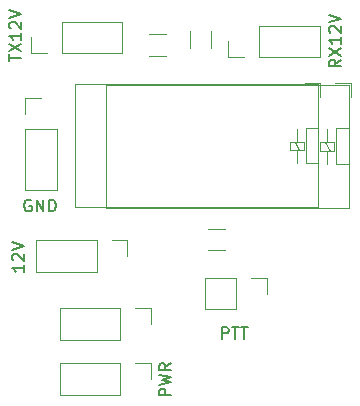
<source format=gbr>
%TF.GenerationSoftware,KiCad,Pcbnew,(6.0.7)*%
%TF.CreationDate,2023-04-28T16:32:50-04:00*%
%TF.ProjectId,Power Daughter Board v1,506f7765-7220-4446-9175-676874657220,rev?*%
%TF.SameCoordinates,Original*%
%TF.FileFunction,Legend,Top*%
%TF.FilePolarity,Positive*%
%FSLAX46Y46*%
G04 Gerber Fmt 4.6, Leading zero omitted, Abs format (unit mm)*
G04 Created by KiCad (PCBNEW (6.0.7)) date 2023-04-28 16:32:50*
%MOMM*%
%LPD*%
G01*
G04 APERTURE LIST*
%ADD10C,0.150000*%
%ADD11C,0.120000*%
G04 APERTURE END LIST*
D10*
%TO.C,J4*%
X58517380Y-74679047D02*
X58517380Y-75250476D01*
X58517380Y-74964761D02*
X57517380Y-74964761D01*
X57660238Y-75060000D01*
X57755476Y-75155238D01*
X57803095Y-75250476D01*
X57612619Y-74298095D02*
X57565000Y-74250476D01*
X57517380Y-74155238D01*
X57517380Y-73917142D01*
X57565000Y-73821904D01*
X57612619Y-73774285D01*
X57707857Y-73726666D01*
X57803095Y-73726666D01*
X57945952Y-73774285D01*
X58517380Y-74345714D01*
X58517380Y-73726666D01*
X57517380Y-73440952D02*
X58517380Y-73107619D01*
X57517380Y-72774285D01*
%TO.C,J7*%
X75281190Y-80952380D02*
X75281190Y-79952380D01*
X75662142Y-79952380D01*
X75757380Y-80000000D01*
X75805000Y-80047619D01*
X75852619Y-80142857D01*
X75852619Y-80285714D01*
X75805000Y-80380952D01*
X75757380Y-80428571D01*
X75662142Y-80476190D01*
X75281190Y-80476190D01*
X76138333Y-79952380D02*
X76709761Y-79952380D01*
X76424047Y-80952380D02*
X76424047Y-79952380D01*
X76900238Y-79952380D02*
X77471666Y-79952380D01*
X77185952Y-80952380D02*
X77185952Y-79952380D01*
%TO.C,J6*%
X85342380Y-57287619D02*
X84866190Y-57620952D01*
X85342380Y-57859047D02*
X84342380Y-57859047D01*
X84342380Y-57478095D01*
X84390000Y-57382857D01*
X84437619Y-57335238D01*
X84532857Y-57287619D01*
X84675714Y-57287619D01*
X84770952Y-57335238D01*
X84818571Y-57382857D01*
X84866190Y-57478095D01*
X84866190Y-57859047D01*
X84342380Y-56954285D02*
X85342380Y-56287619D01*
X84342380Y-56287619D02*
X85342380Y-56954285D01*
X85342380Y-55382857D02*
X85342380Y-55954285D01*
X85342380Y-55668571D02*
X84342380Y-55668571D01*
X84485238Y-55763809D01*
X84580476Y-55859047D01*
X84628095Y-55954285D01*
X84437619Y-55001904D02*
X84390000Y-54954285D01*
X84342380Y-54859047D01*
X84342380Y-54620952D01*
X84390000Y-54525714D01*
X84437619Y-54478095D01*
X84532857Y-54430476D01*
X84628095Y-54430476D01*
X84770952Y-54478095D01*
X85342380Y-55049523D01*
X85342380Y-54430476D01*
X84342380Y-54144761D02*
X85342380Y-53811428D01*
X84342380Y-53478095D01*
%TO.C,J2*%
X70947380Y-85723333D02*
X69947380Y-85723333D01*
X69947380Y-85342380D01*
X69995000Y-85247142D01*
X70042619Y-85199523D01*
X70137857Y-85151904D01*
X70280714Y-85151904D01*
X70375952Y-85199523D01*
X70423571Y-85247142D01*
X70471190Y-85342380D01*
X70471190Y-85723333D01*
X69947380Y-84818571D02*
X70947380Y-84580476D01*
X70233095Y-84390000D01*
X70947380Y-84199523D01*
X69947380Y-83961428D01*
X70947380Y-83009047D02*
X70471190Y-83342380D01*
X70947380Y-83580476D02*
X69947380Y-83580476D01*
X69947380Y-83199523D01*
X69995000Y-83104285D01*
X70042619Y-83056666D01*
X70137857Y-83009047D01*
X70280714Y-83009047D01*
X70375952Y-83056666D01*
X70423571Y-83104285D01*
X70471190Y-83199523D01*
X70471190Y-83580476D01*
%TO.C,J5*%
X57287380Y-57402857D02*
X57287380Y-56831428D01*
X58287380Y-57117142D02*
X57287380Y-57117142D01*
X57287380Y-56593333D02*
X58287380Y-55926666D01*
X57287380Y-55926666D02*
X58287380Y-56593333D01*
X58287380Y-55021904D02*
X58287380Y-55593333D01*
X58287380Y-55307619D02*
X57287380Y-55307619D01*
X57430238Y-55402857D01*
X57525476Y-55498095D01*
X57573095Y-55593333D01*
X57382619Y-54640952D02*
X57335000Y-54593333D01*
X57287380Y-54498095D01*
X57287380Y-54260000D01*
X57335000Y-54164761D01*
X57382619Y-54117142D01*
X57477857Y-54069523D01*
X57573095Y-54069523D01*
X57715952Y-54117142D01*
X58287380Y-54688571D01*
X58287380Y-54069523D01*
X57287380Y-53783809D02*
X58287380Y-53450476D01*
X57287380Y-53117142D01*
%TO.C,J3*%
X59108095Y-69190000D02*
X59012857Y-69142380D01*
X58870000Y-69142380D01*
X58727142Y-69190000D01*
X58631904Y-69285238D01*
X58584285Y-69380476D01*
X58536666Y-69570952D01*
X58536666Y-69713809D01*
X58584285Y-69904285D01*
X58631904Y-69999523D01*
X58727142Y-70094761D01*
X58870000Y-70142380D01*
X58965238Y-70142380D01*
X59108095Y-70094761D01*
X59155714Y-70047142D01*
X59155714Y-69713809D01*
X58965238Y-69713809D01*
X59584285Y-70142380D02*
X59584285Y-69142380D01*
X60155714Y-70142380D01*
X60155714Y-69142380D01*
X60631904Y-70142380D02*
X60631904Y-69142380D01*
X60870000Y-69142380D01*
X61012857Y-69190000D01*
X61108095Y-69285238D01*
X61155714Y-69380476D01*
X61203333Y-69570952D01*
X61203333Y-69713809D01*
X61155714Y-69904285D01*
X61108095Y-69999523D01*
X61012857Y-70094761D01*
X60870000Y-70142380D01*
X60631904Y-70142380D01*
D11*
%TO.C,J4*%
X59520000Y-72590000D02*
X59520000Y-75250000D01*
X65930000Y-72590000D02*
X67260000Y-72590000D01*
X67260000Y-72590000D02*
X67260000Y-73920000D01*
X64660000Y-75250000D02*
X59520000Y-75250000D01*
X64660000Y-72590000D02*
X64660000Y-75250000D01*
X64660000Y-72590000D02*
X59520000Y-72590000D01*
%TO.C,K2*%
X82382000Y-66069500D02*
X83442000Y-66069500D01*
X81032000Y-64939500D02*
X82232000Y-64939500D01*
X62852000Y-69769500D02*
X83442000Y-69769500D01*
X83442000Y-59389500D02*
X62852000Y-59389500D01*
X81602000Y-64939500D02*
X81602000Y-66039500D01*
X81032000Y-64239500D02*
X81032000Y-64939500D01*
X82232000Y-64239500D02*
X81032000Y-64239500D01*
X82232000Y-64939500D02*
X82232000Y-64239500D01*
X62852000Y-59389500D02*
X62852000Y-69769500D01*
X83442000Y-69769500D02*
X83442000Y-59389500D01*
X82292000Y-59229500D02*
X83592000Y-59229500D01*
X83592000Y-59229500D02*
X83592000Y-60439500D01*
X81602000Y-64239500D02*
X81602000Y-63139500D01*
X81432000Y-64239500D02*
X81832000Y-64939500D01*
X82382000Y-63069500D02*
X82382000Y-66069500D01*
X83442000Y-63069500D02*
X82402000Y-63069500D01*
%TO.C,C1*%
X74098748Y-73450000D02*
X75521252Y-73450000D01*
X74098748Y-71630000D02*
X75521252Y-71630000D01*
%TO.C,C3*%
X74380000Y-56291252D02*
X74380000Y-54868748D01*
X72560000Y-56291252D02*
X72560000Y-54868748D01*
%TO.C,J7*%
X73880000Y-75770000D02*
X73880000Y-78430000D01*
X76480000Y-75770000D02*
X76480000Y-78430000D01*
X76480000Y-75770000D02*
X73880000Y-75770000D01*
X79080000Y-75770000D02*
X79080000Y-77100000D01*
X76480000Y-78430000D02*
X73880000Y-78430000D01*
X77750000Y-75770000D02*
X79080000Y-75770000D01*
%TO.C,J6*%
X78430000Y-57070000D02*
X83570000Y-57070000D01*
X77160000Y-57070000D02*
X75830000Y-57070000D01*
X75830000Y-57070000D02*
X75830000Y-55740000D01*
X78430000Y-54410000D02*
X83570000Y-54410000D01*
X78430000Y-57070000D02*
X78430000Y-54410000D01*
X83570000Y-57070000D02*
X83570000Y-54410000D01*
%TO.C,J2*%
X67935000Y-83000000D02*
X69265000Y-83000000D01*
X61525000Y-83000000D02*
X61525000Y-85660000D01*
X66665000Y-83000000D02*
X66665000Y-85660000D01*
X66665000Y-83000000D02*
X61525000Y-83000000D01*
X66665000Y-85660000D02*
X61525000Y-85660000D01*
X69265000Y-83000000D02*
X69265000Y-84330000D01*
%TO.C,J1*%
X69275000Y-78362500D02*
X69275000Y-79692500D01*
X66675000Y-78362500D02*
X66675000Y-81022500D01*
X61535000Y-78362500D02*
X61535000Y-81022500D01*
X67945000Y-78362500D02*
X69275000Y-78362500D01*
X66675000Y-78362500D02*
X61535000Y-78362500D01*
X66675000Y-81022500D02*
X61535000Y-81022500D01*
%TO.C,J5*%
X66855000Y-56740000D02*
X66855000Y-54080000D01*
X61715000Y-54080000D02*
X66855000Y-54080000D01*
X61715000Y-56740000D02*
X66855000Y-56740000D01*
X59115000Y-56740000D02*
X59115000Y-55410000D01*
X61715000Y-56740000D02*
X61715000Y-54080000D01*
X60445000Y-56740000D02*
X59115000Y-56740000D01*
%TO.C,K1*%
X84173000Y-64287000D02*
X84173000Y-63187000D01*
X84803000Y-64287000D02*
X83603000Y-64287000D01*
X84803000Y-64987000D02*
X84803000Y-64287000D01*
X83603000Y-64287000D02*
X83603000Y-64987000D01*
X84953000Y-63117000D02*
X84953000Y-66117000D01*
X86013000Y-63117000D02*
X84973000Y-63117000D01*
X65423000Y-59437000D02*
X65423000Y-69817000D01*
X86013000Y-69817000D02*
X86013000Y-59437000D01*
X84953000Y-66117000D02*
X86013000Y-66117000D01*
X84003000Y-64287000D02*
X84403000Y-64987000D01*
X84173000Y-64987000D02*
X84173000Y-66087000D01*
X65423000Y-69817000D02*
X86013000Y-69817000D01*
X86163000Y-59277000D02*
X86163000Y-60487000D01*
X84863000Y-59277000D02*
X86163000Y-59277000D01*
X83603000Y-64987000D02*
X84803000Y-64987000D01*
X86013000Y-59437000D02*
X65423000Y-59437000D01*
%TO.C,J3*%
X58630000Y-60565000D02*
X59960000Y-60565000D01*
X58630000Y-63165000D02*
X58630000Y-68305000D01*
X58630000Y-63165000D02*
X61290000Y-63165000D01*
X61290000Y-63165000D02*
X61290000Y-68305000D01*
X58630000Y-61895000D02*
X58630000Y-60565000D01*
X58630000Y-68305000D02*
X61290000Y-68305000D01*
%TO.C,C2*%
X69118748Y-55130000D02*
X70541252Y-55130000D01*
X69118748Y-56950000D02*
X70541252Y-56950000D01*
%TD*%
M02*

</source>
